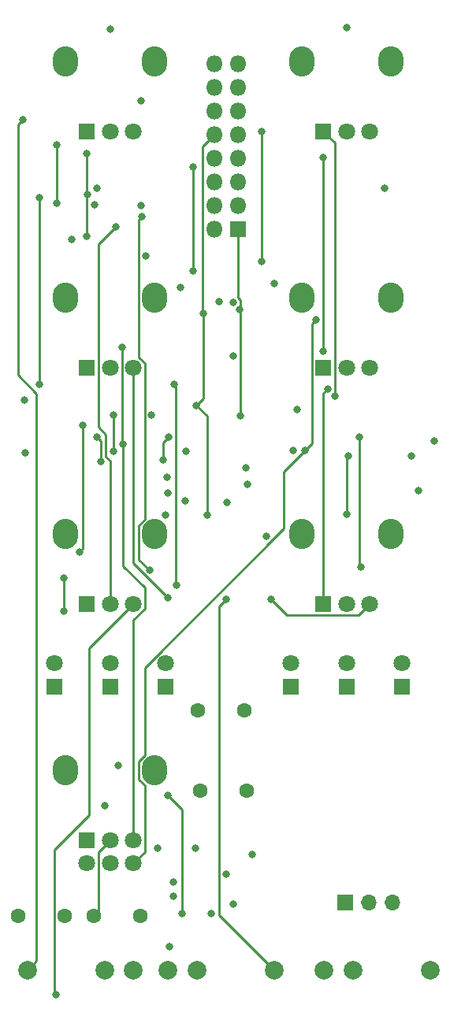
<source format=gbr>
%TF.GenerationSoftware,KiCad,Pcbnew,8.0.7*%
%TF.CreationDate,2025-01-10T16:02:56-05:00*%
%TF.ProjectId,output module,6f757470-7574-4206-9d6f-64756c652e6b,B*%
%TF.SameCoordinates,Original*%
%TF.FileFunction,Copper,L1,Top*%
%TF.FilePolarity,Positive*%
%FSLAX46Y46*%
G04 Gerber Fmt 4.6, Leading zero omitted, Abs format (unit mm)*
G04 Created by KiCad (PCBNEW 8.0.7) date 2025-01-10 16:02:56*
%MOMM*%
%LPD*%
G01*
G04 APERTURE LIST*
%TA.AperFunction,ComponentPad*%
%ADD10C,1.600000*%
%TD*%
%TA.AperFunction,ComponentPad*%
%ADD11O,2.720000X3.240000*%
%TD*%
%TA.AperFunction,ComponentPad*%
%ADD12R,1.800000X1.800000*%
%TD*%
%TA.AperFunction,ComponentPad*%
%ADD13C,1.800000*%
%TD*%
%TA.AperFunction,ComponentPad*%
%ADD14C,2.000000*%
%TD*%
%TA.AperFunction,ComponentPad*%
%ADD15R,1.700000X1.700000*%
%TD*%
%TA.AperFunction,ComponentPad*%
%ADD16O,1.700000X1.700000*%
%TD*%
%TA.AperFunction,ComponentPad*%
%ADD17O,1.800000X1.800000*%
%TD*%
%TA.AperFunction,ViaPad*%
%ADD18C,0.800000*%
%TD*%
%TA.AperFunction,Conductor*%
%ADD19C,0.250000*%
%TD*%
G04 APERTURE END LIST*
D10*
%TO.P,C7,1*%
%TO.N,GND*%
X98766000Y-135890000D03*
%TO.P,C7,2*%
%TO.N,Net-(U2-INR-)*%
X93766000Y-135890000D03*
%TD*%
%TO.P,C6,1*%
%TO.N,Net-(C6-Pad1)*%
X98512000Y-127254000D03*
%TO.P,C6,2*%
%TO.N,Net-(U2-INR+)*%
X93512000Y-127254000D03*
%TD*%
%TO.P,C5,1*%
%TO.N,GND*%
X74208000Y-149352000D03*
%TO.P,C5,2*%
%TO.N,Net-(U2-INL-)*%
X79208000Y-149352000D03*
%TD*%
D11*
%TO.P,RV2,*%
%TO.N,*%
X79274000Y-82924000D03*
X88874000Y-82924000D03*
D12*
%TO.P,RV2,1,1*%
%TO.N,GND*%
X81574000Y-90424000D03*
D13*
%TO.P,RV2,2,2*%
%TO.N,Net-(R3-Pad1)*%
X84074000Y-90424000D03*
%TO.P,RV2,3,3*%
%TO.N,Net-(J2-PadT)*%
X86574000Y-90424000D03*
%TD*%
D11*
%TO.P,RV6,*%
%TO.N,*%
X104674000Y-82924000D03*
X114274000Y-82924000D03*
D12*
%TO.P,RV6,1,1*%
%TO.N,chan_2_right*%
X106974000Y-90424000D03*
D13*
%TO.P,RV6,2,2*%
%TO.N,GND*%
X109474000Y-90424000D03*
%TO.P,RV6,3,3*%
%TO.N,chan_2_left*%
X111974000Y-90424000D03*
%TD*%
D12*
%TO.P,D14,1,K*%
%TO.N,GND*%
X78105000Y-124714000D03*
D13*
%TO.P,D14,2,A*%
%TO.N,Net-(D14-A)*%
X78105000Y-122174000D03*
%TD*%
D11*
%TO.P,RV1,*%
%TO.N,*%
X79274000Y-57524000D03*
X88874000Y-57524000D03*
D12*
%TO.P,RV1,1,1*%
%TO.N,GND*%
X81574000Y-65024000D03*
D13*
%TO.P,RV1,2,2*%
%TO.N,Net-(R1-Pad1)*%
X84074000Y-65024000D03*
%TO.P,RV1,3,3*%
%TO.N,Net-(J1-PadT)*%
X86574000Y-65024000D03*
%TD*%
D12*
%TO.P,D13,1,K*%
%TO.N,GND*%
X84074000Y-124714000D03*
D13*
%TO.P,D13,2,A*%
%TO.N,Net-(D13-A)*%
X84074000Y-122174000D03*
%TD*%
D14*
%TO.P,J2,S*%
%TO.N,GND*%
X90294000Y-155194000D03*
%TO.P,J2,T*%
%TO.N,Net-(J2-PadT)*%
X101694000Y-155194000D03*
%TO.P,J2,TN*%
%TO.N,unconnected-(J2-PadTN)*%
X93394000Y-155194000D03*
%TD*%
D11*
%TO.P,RV7,*%
%TO.N,*%
X104674000Y-108324000D03*
X114274000Y-108324000D03*
D12*
%TO.P,RV7,1,1*%
%TO.N,chan_3_right*%
X106974000Y-115824000D03*
D13*
%TO.P,RV7,2,2*%
%TO.N,GND*%
X109474000Y-115824000D03*
%TO.P,RV7,3,3*%
%TO.N,chan_3_left*%
X111974000Y-115824000D03*
%TD*%
D14*
%TO.P,J3,S*%
%TO.N,GND*%
X107091000Y-155194000D03*
%TO.P,J3,T*%
%TO.N,Net-(J3-PadT)*%
X118491000Y-155194000D03*
%TO.P,J3,TN*%
%TO.N,unconnected-(J3-PadTN)*%
X110191000Y-155194000D03*
%TD*%
D11*
%TO.P,RV3,*%
%TO.N,*%
X79274000Y-108324000D03*
X88874000Y-108324000D03*
D12*
%TO.P,RV3,1,1*%
%TO.N,GND*%
X81574000Y-115824000D03*
D13*
%TO.P,RV3,2,2*%
%TO.N,Net-(R2-Pad1)*%
X84074000Y-115824000D03*
%TO.P,RV3,3,3*%
%TO.N,Net-(J3-PadT)*%
X86574000Y-115824000D03*
%TD*%
D11*
%TO.P,RV4,*%
%TO.N,*%
X79324000Y-133724000D03*
X88824000Y-133724000D03*
D12*
%TO.P,RV4,1,1*%
%TO.N,GND*%
X81574000Y-141224000D03*
D13*
%TO.P,RV4,2,2*%
%TO.N,Net-(C4-Pad1)*%
X84074000Y-141224000D03*
%TO.P,RV4,3,3*%
%TO.N,left_mix*%
X86574000Y-141224000D03*
%TO.P,RV4,4,4*%
%TO.N,GND*%
X81574000Y-143724000D03*
%TO.P,RV4,5,5*%
%TO.N,Net-(C6-Pad1)*%
X84074000Y-143724000D03*
%TO.P,RV4,6,6*%
%TO.N,right_mix*%
X86574000Y-143724000D03*
%TD*%
D14*
%TO.P,J1,S*%
%TO.N,GND*%
X86584000Y-155194000D03*
%TO.P,J1,T*%
%TO.N,Net-(J1-PadT)*%
X75184000Y-155194000D03*
%TO.P,J1,TN*%
%TO.N,unconnected-(J1-PadTN)*%
X83484000Y-155194000D03*
%TD*%
D12*
%TO.P,D5,1,K*%
%TO.N,GND*%
X103505000Y-124714000D03*
D13*
%TO.P,D5,2,A*%
%TO.N,Net-(D5-A)*%
X103505000Y-122174000D03*
%TD*%
D12*
%TO.P,D12,1,K*%
%TO.N,GND*%
X90043000Y-124714000D03*
D13*
%TO.P,D12,2,A*%
%TO.N,Net-(D12-A)*%
X90043000Y-122174000D03*
%TD*%
D12*
%TO.P,D7,1,K*%
%TO.N,GND*%
X115443000Y-124714000D03*
D13*
%TO.P,D7,2,A*%
%TO.N,Net-(D7-A)*%
X115443000Y-122174000D03*
%TD*%
D12*
%TO.P,D6,1,K*%
%TO.N,GND*%
X109474000Y-124714000D03*
D13*
%TO.P,D6,2,A*%
%TO.N,Net-(D6-A)*%
X109474000Y-122174000D03*
%TD*%
D15*
%TO.P,J4,1,Pin_1*%
%TO.N,left_out*%
X109362000Y-147955000D03*
D16*
%TO.P,J4,2,Pin_2*%
%TO.N,right_out*%
X111902000Y-147955000D03*
%TO.P,J4,3,Pin_3*%
%TO.N,GND*%
X114442000Y-147955000D03*
%TD*%
D12*
%TO.P,J6,1,-12V*%
%TO.N,-12V*%
X97790000Y-75565000D03*
D17*
%TO.P,J6,2,-12V*%
X95250000Y-75565000D03*
%TO.P,J6,3,gnd*%
%TO.N,GND*%
X97790000Y-73025000D03*
%TO.P,J6,4,gnd*%
X95250000Y-73025000D03*
%TO.P,J6,5,gnd*%
X97790000Y-70485000D03*
%TO.P,J6,6,gnd*%
X95250000Y-70485000D03*
%TO.P,J6,7,gnd*%
X97790000Y-67945000D03*
%TO.P,J6,8,gnd*%
X95250000Y-67945000D03*
%TO.P,J6,9,+12V*%
%TO.N,+12V*%
X97790000Y-65405000D03*
%TO.P,J6,10,+12V*%
X95250000Y-65405000D03*
%TO.P,J6,11,+5V*%
%TO.N,+5V*%
X97790000Y-62865000D03*
%TO.P,J6,12,+5V*%
X95250000Y-62865000D03*
%TO.P,J6,13,cv*%
%TO.N,unconnected-(J6-cv-Pad13)*%
X97790000Y-60325000D03*
%TO.P,J6,14,cv*%
%TO.N,unconnected-(J6-cv-Pad14)*%
X95252858Y-60325000D03*
%TO.P,J6,15,gate*%
%TO.N,unconnected-(J6-gate-Pad15)*%
X97790000Y-57785000D03*
%TO.P,J6,16,gate*%
%TO.N,unconnected-(J6-gate-Pad16)*%
X95250000Y-57785000D03*
%TD*%
D11*
%TO.P,RV5,*%
%TO.N,*%
X104674000Y-57524000D03*
X114274000Y-57524000D03*
D12*
%TO.P,RV5,1,1*%
%TO.N,chan_1_right*%
X106974000Y-65024000D03*
D13*
%TO.P,RV5,2,2*%
%TO.N,GND*%
X109474000Y-65024000D03*
%TO.P,RV5,3,3*%
%TO.N,chan_1_left*%
X111974000Y-65024000D03*
%TD*%
D10*
%TO.P,C4,1*%
%TO.N,Net-(C4-Pad1)*%
X82296000Y-149352000D03*
%TO.P,C4,2*%
%TO.N,Net-(U2-INL+)*%
X87296000Y-149352000D03*
%TD*%
D18*
%TO.N,+5V*%
X90868500Y-147256500D03*
X96583500Y-144843500D03*
%TO.N,GND*%
X99314000Y-142748000D03*
%TO.N,chan_3_left*%
X101346000Y-115316000D03*
X91186000Y-113792000D03*
X90932000Y-92202000D03*
%TO.N,Net-(J2-PadT)*%
X96520000Y-115316000D03*
%TO.N,GND*%
X74930000Y-99568000D03*
X90424000Y-152654000D03*
%TO.N,Net-(R3-Pad1)*%
X76454000Y-92202000D03*
%TO.N,chan_1_left*%
X106934000Y-67818000D03*
%TO.N,chan_3_right*%
X107442000Y-92710000D03*
%TO.N,chan_1_right*%
X108204000Y-93472000D03*
%TO.N,chan_1*%
X100330000Y-65024000D03*
X100330000Y-78994000D03*
%TO.N,chan_3*%
X87503000Y-74168000D03*
X88332799Y-112200201D03*
%TO.N,chan_2*%
X92964000Y-68834000D03*
X92964000Y-80010000D03*
%TO.N,GND*%
X82448400Y-72872600D03*
X90297000Y-103886000D03*
X89154000Y-142113000D03*
X100893577Y-108566412D03*
X95820998Y-83344360D03*
X74908500Y-93912201D03*
X104214783Y-94958500D03*
X103759000Y-99314000D03*
X90907022Y-145702500D03*
X87913500Y-78394689D03*
X84074000Y-54025800D03*
X118872000Y-98298000D03*
X93218000Y-142113000D03*
X97282000Y-89154000D03*
X88523500Y-95504000D03*
X90170000Y-102235000D03*
X117221000Y-103632000D03*
X83528500Y-137531306D03*
X97282000Y-148082000D03*
X90043000Y-106299000D03*
X79959200Y-76631800D03*
X87426800Y-73025000D03*
X101752400Y-81407000D03*
X92202000Y-99441000D03*
X98806000Y-102997000D03*
X82702400Y-71094600D03*
X97280277Y-83394841D03*
X109474000Y-53873400D03*
X113563400Y-71170800D03*
X91643200Y-81762600D03*
X98679000Y-101219000D03*
%TO.N,+5V*%
X84963000Y-133223000D03*
X116460207Y-99925327D03*
X87376000Y-61696600D03*
X92160525Y-104715466D03*
X96647000Y-104902000D03*
X94983000Y-149074168D03*
%TO.N,left_mix*%
X85471000Y-98679000D03*
X85344000Y-88265000D03*
%TO.N,right_mix*%
X105029000Y-99314000D03*
X106229506Y-85232191D03*
%TO.N,left_peak*%
X83058000Y-100472000D03*
X82677000Y-97917000D03*
%TO.N,+12V*%
X94488000Y-106299000D03*
X81584800Y-76276200D03*
X109474000Y-106172000D03*
X81584800Y-67437000D03*
X94099520Y-84589480D03*
X84455000Y-95504000D03*
X93345000Y-94488000D03*
X109691088Y-99911500D03*
X81613791Y-71827912D03*
X84455001Y-99371502D03*
%TO.N,-12V*%
X97994498Y-84201000D03*
X98044000Y-95631000D03*
%TO.N,Net-(D3-A)*%
X110871000Y-97917000D03*
X110998000Y-111887000D03*
%TO.N,Net-(D8-A)*%
X90406000Y-97872000D03*
X89789000Y-100330000D03*
%TO.N,Net-(D10-K)*%
X79121000Y-113030000D03*
X79121000Y-116586000D03*
%TO.N,Net-(D10-A)*%
X80772000Y-110236000D03*
X81153000Y-96647000D03*
%TO.N,Net-(J1-PadT)*%
X74676000Y-63754000D03*
%TO.N,Net-(J2-PadT)*%
X90297000Y-115189000D03*
%TO.N,Net-(J3-PadT)*%
X78232000Y-157861000D03*
%TO.N,Net-(R1-Pad1)*%
X78333600Y-66471800D03*
X78333600Y-72720200D03*
%TO.N,Net-(R2-Pad1)*%
X84709000Y-75311000D03*
%TO.N,Net-(R3-Pad1)*%
X76454000Y-72110600D03*
%TO.N,SHDN*%
X91821000Y-149098000D03*
X90297000Y-136398000D03*
%TO.N,chan_1_left*%
X106934000Y-88646000D03*
%TD*%
D19*
%TO.N,Net-(J3-PadT)*%
X78083000Y-142265000D02*
X78083000Y-157712000D01*
X78083000Y-157712000D02*
X78232000Y-157861000D01*
X81788000Y-138560000D02*
X78083000Y-142265000D01*
X81788000Y-120610000D02*
X81788000Y-138560000D01*
X86574000Y-115824000D02*
X81788000Y-120610000D01*
%TO.N,Net-(J2-PadT)*%
X101694000Y-155194000D02*
X95758000Y-149258000D01*
X95758000Y-149258000D02*
X95758000Y-116078000D01*
X95758000Y-116078000D02*
X96520000Y-115316000D01*
%TO.N,chan_3_left*%
X110749000Y-117049000D02*
X111974000Y-115824000D01*
X103079000Y-117049000D02*
X110749000Y-117049000D01*
X101346000Y-115316000D02*
X103079000Y-117049000D01*
X91131000Y-92401000D02*
X91131000Y-113737000D01*
X90932000Y-92202000D02*
X91131000Y-92401000D01*
X91131000Y-113737000D02*
X91186000Y-113792000D01*
%TO.N,Net-(J2-PadT)*%
X96557000Y-115353000D02*
X96520000Y-115316000D01*
%TO.N,right_mix*%
X102761975Y-101581025D02*
X105029000Y-99314000D01*
X102761975Y-107723319D02*
X102761975Y-101581025D01*
X87799000Y-122685588D02*
X87799706Y-122685588D01*
X87139000Y-132766050D02*
X87799000Y-132106050D01*
X87139000Y-134681950D02*
X87139000Y-132766050D01*
X87799000Y-135341950D02*
X87139000Y-134681950D01*
X87799000Y-142499000D02*
X87799000Y-135341950D01*
X86574000Y-143724000D02*
X87799000Y-142499000D01*
X87799000Y-132106050D02*
X87799000Y-122685588D01*
X87799706Y-122685588D02*
X102761975Y-107723319D01*
%TO.N,Net-(J1-PadT)*%
X76184000Y-93202000D02*
X74184000Y-91202000D01*
X74184000Y-91202000D02*
X74184000Y-64246000D01*
X76184000Y-154194000D02*
X76184000Y-93202000D01*
X75184000Y-155194000D02*
X76184000Y-154194000D01*
%TO.N,Net-(C4-Pad1)*%
X82799000Y-148849000D02*
X82296000Y-149352000D01*
X82799000Y-142499000D02*
X82799000Y-148849000D01*
X84074000Y-141224000D02*
X82799000Y-142499000D01*
%TO.N,Net-(R3-Pad1)*%
X76454000Y-92074310D02*
X76454000Y-92202000D01*
%TO.N,Net-(R2-Pad1)*%
X84074000Y-100462695D02*
X84074000Y-115824000D01*
X83626653Y-100015348D02*
X84074000Y-100462695D01*
X83626653Y-97596653D02*
X83626653Y-100015348D01*
X82849000Y-96819000D02*
X83626653Y-97596653D01*
X82849000Y-77171000D02*
X82849000Y-96819000D01*
X84709000Y-75311000D02*
X82849000Y-77171000D01*
%TO.N,chan_1_left*%
X106954506Y-67838506D02*
X106934000Y-67818000D01*
X106954506Y-88625494D02*
X106954506Y-67838506D01*
X106934000Y-88646000D02*
X106954506Y-88625494D01*
%TO.N,chan_3_right*%
X106974000Y-93178000D02*
X106974000Y-115824000D01*
X107442000Y-92710000D02*
X106974000Y-93178000D01*
%TO.N,chan_1_right*%
X108199000Y-93467000D02*
X108204000Y-93472000D01*
X108199000Y-66249000D02*
X108199000Y-93467000D01*
X106974000Y-65024000D02*
X108199000Y-66249000D01*
%TO.N,chan_1*%
X100330000Y-78994000D02*
X100330000Y-65024000D01*
%TO.N,chan_3*%
X87189000Y-74482000D02*
X87189000Y-89306588D01*
X87189000Y-89306588D02*
X87799000Y-89916588D01*
X87799000Y-106756050D02*
X87189000Y-107366050D01*
X87503000Y-74168000D02*
X87189000Y-74482000D01*
X87189000Y-111056402D02*
X88332799Y-112200201D01*
X87799000Y-89916588D02*
X87799000Y-106756050D01*
X87189000Y-107366050D02*
X87189000Y-111056402D01*
%TO.N,chan_2*%
X92964000Y-68834000D02*
X92964000Y-80010000D01*
%TO.N,left_mix*%
X86574000Y-141224000D02*
X86574000Y-117556412D01*
X85471000Y-111760000D02*
X85471000Y-98679000D01*
X85344000Y-98552000D02*
X85471000Y-98679000D01*
X85344000Y-88265000D02*
X85344000Y-98552000D01*
X87799000Y-116331412D02*
X87799000Y-114088000D01*
X87799000Y-114088000D02*
X85471000Y-111760000D01*
X86574000Y-117556412D02*
X87799000Y-116331412D01*
%TO.N,right_mix*%
X105029000Y-99314000D02*
X105749000Y-98594000D01*
X105749000Y-98594000D02*
X105749000Y-85712697D01*
X105749000Y-85712697D02*
X106229506Y-85232191D01*
%TO.N,left_peak*%
X83058000Y-100472000D02*
X83058000Y-98298000D01*
X83058000Y-98298000D02*
X82677000Y-97917000D01*
%TO.N,+12V*%
X93345000Y-94488000D02*
X94488000Y-95631000D01*
X81584800Y-71856903D02*
X81613791Y-71827912D01*
X94099520Y-84589480D02*
X94099520Y-93733480D01*
X94025000Y-84514960D02*
X94099520Y-84589480D01*
X81584800Y-71798921D02*
X81613791Y-71827912D01*
X81584800Y-76276200D02*
X81584800Y-71856903D01*
X94099520Y-93733480D02*
X93345000Y-94488000D01*
X84455000Y-95504000D02*
X84455000Y-99371501D01*
X109474000Y-106172000D02*
X109474000Y-100128588D01*
X84455000Y-99371501D02*
X84455001Y-99371502D01*
X94025000Y-66630000D02*
X94025000Y-84514960D01*
X95250000Y-65405000D02*
X94025000Y-66630000D01*
X109474000Y-100128588D02*
X109691088Y-99911500D01*
X94488000Y-95631000D02*
X94488000Y-106299000D01*
X81584800Y-67437000D02*
X81584800Y-71798921D01*
%TO.N,-12V*%
X97790000Y-75565000D02*
X97790000Y-82879966D01*
X97790000Y-82879966D02*
X98044000Y-83133966D01*
X98044000Y-83133966D02*
X98044000Y-95631000D01*
%TO.N,Net-(D3-A)*%
X110871000Y-97917000D02*
X110871000Y-111760000D01*
X110871000Y-111760000D02*
X110998000Y-111887000D01*
%TO.N,Net-(D8-A)*%
X89789000Y-100330000D02*
X89789000Y-98489000D01*
X89789000Y-98489000D02*
X90406000Y-97872000D01*
%TO.N,Net-(D10-K)*%
X79121000Y-113030000D02*
X79121000Y-116586000D01*
%TO.N,Net-(D10-A)*%
X81153000Y-96647000D02*
X81153000Y-109855000D01*
X81153000Y-109855000D02*
X80772000Y-110236000D01*
%TO.N,Net-(J1-PadT)*%
X74184000Y-64246000D02*
X74676000Y-63754000D01*
X75057000Y-155194000D02*
X75184000Y-155194000D01*
%TO.N,Net-(J2-PadT)*%
X86574000Y-111466000D02*
X86574000Y-90424000D01*
X90297000Y-115189000D02*
X86574000Y-111466000D01*
%TO.N,Net-(R1-Pad1)*%
X78333600Y-72720200D02*
X78333600Y-66624200D01*
X78333600Y-66624200D02*
X78333600Y-66471800D01*
%TO.N,Net-(R3-Pad1)*%
X76454000Y-72110600D02*
X76454000Y-92074310D01*
%TO.N,SHDN*%
X91821000Y-137948991D02*
X90297000Y-136424991D01*
X90297000Y-136424991D02*
X90297000Y-136398000D01*
X91821000Y-149098000D02*
X91821000Y-137948991D01*
%TD*%
M02*

</source>
